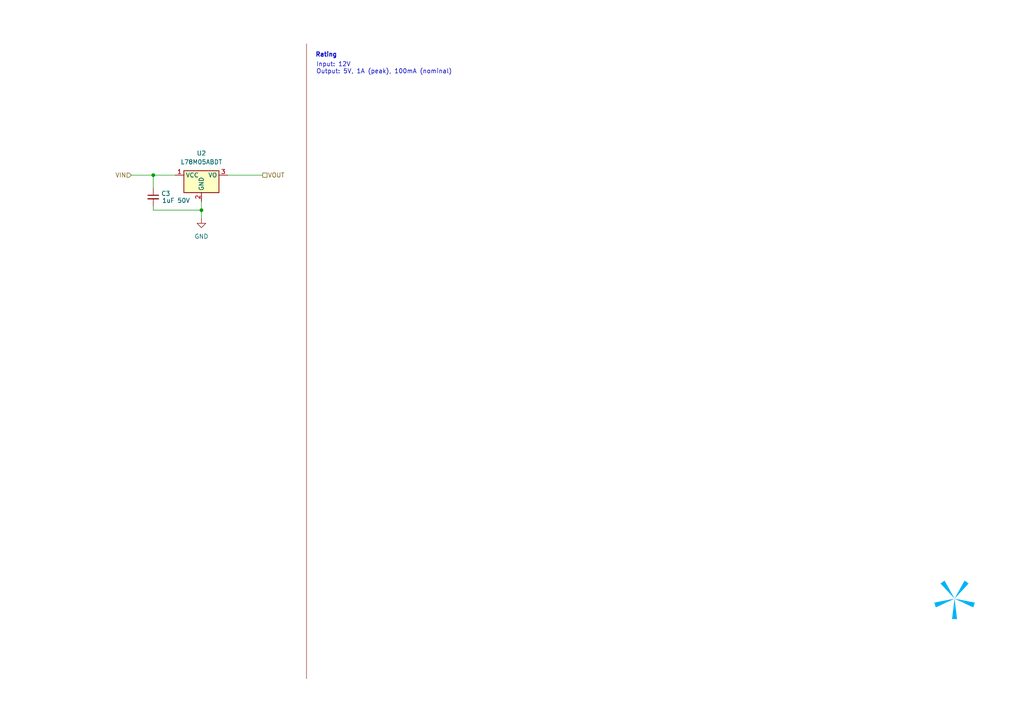
<source format=kicad_sch>
(kicad_sch (version 20250114) (generator "eeschema") (generator_version "9.0")
  (paper "A4")
  (title_block (title "PULSER") (date "2025-03-27") (rev "3") (company "Spark Project") (comment 1 "Author: 夕月霞 (xyx)") (comment 2 "EDM Pulse Generator Board"))
  (lib_symbols
    (symbol "Device:C_Small" (pin_numbers (hide yes)) (pin_names (offset 0.254) (hide yes))
      (property "Reference" "C" (at 0.254 1.778 0))
      (property "Value" "C_Small" (at 0.254 -2.032 0))
      (symbol "C_Small_0_1"
        (polyline (pts (xy -1.524 0.508) (xy 1.524 0.508)) (stroke (width 0.3048)))
        (polyline (pts (xy -1.524 -0.508) (xy 1.524 -0.508)) (stroke (width 0.3302)))
      )
      (symbol "C_Small_1_1"
        (pin passive line (at 0 2.54 270) (length 2.032) (name "~") (number "1"))
        (pin passive line (at 0 -2.54 90) (length 2.032) (name "~") (number "2"))
      )
    )
    (symbol "Regulator_Linear:BD50FC0FP"
      (property "Reference" "U" (at 0 7.62 0))
      (property "Value" "BD50FC0FP" (at 0 5.08 0))
      (symbol "BD50FC0FP_1_1"
        (rectangle (start -5.08 -5.08) (end 5.08 1.27) (stroke (width 0.254)) (fill (type background)))
        (pin power_in line (at -7.62 0 0) (length 2.54) (name "VCC") (number "1"))
        (pin power_in line (at 0 -7.62 90) (length 2.54) (name "GND") (number "2"))
        (pin power_out line (at 7.62 0 180) (length 2.54) (name "VO") (number "3"))
      )
    )
    (symbol "power:GND" (power) (pin_numbers (hide yes)) (pin_names (offset 0) (hide yes))
      (property "Value" "GND" (at 0 -3.81 0))
      (symbol "GND_0_1"
        (polyline (pts (xy 0 0) (xy 0 -1.27) (xy 1.27 -1.27) (xy 0 -2.54) (xy -1.27 -1.27) (xy 0 -1.27)))
      )
      (symbol "GND_1_1"
        (pin power_in line (at 0 0 270) (length 0) (name "~") (number "1"))
      )
    )
  )
  (text "Rating" (at 91.44 15.24 0) (effects (font (size 1.27 1.27) (thickness 0.254) (bold yes)) (justify left top)))
  (text "Input: 12V\nOutput: 5V, 1A (peak), 100mA (nominal)\n" (at 91.694 19.812 0) (effects (font (size 1.27 1.27)) (justify left)))
  (junction (at 44.45 50.8))
  (junction (at 58.42 60.96))
  (wire (pts (xy 44.45 50.8) (xy 44.45 54.61)))
  (wire (pts (xy 44.45 59.69) (xy 44.45 60.96)))
  (wire (pts (xy 58.42 58.42) (xy 58.42 60.96)))
  (polyline (pts (xy 88.9 12.7) (xy 88.9 196.85)) (stroke (width 0.127) (type solid) (color 132 0 0 1)))
  (wire (pts (xy 44.45 50.8) (xy 50.8 50.8)))
  (wire (pts (xy 44.45 60.96) (xy 58.42 60.96)))
  (wire (pts (xy 66.04 50.8) (xy 76.2 50.8)))
  (wire (pts (xy 38.1 50.8) (xy 44.45 50.8)))
  (wire (pts (xy 58.42 60.96) (xy 58.42 63.5)))
  (image (at 276.86 173.99) (scale 1.13867))
  (hierarchical_label "VIN" (shape input) (at 38.1 50.8 180))
  (hierarchical_label "VOUT" (shape passive) (at 76.2 50.8 0))
  (symbol (lib_id "power:GND") (at 58.42 63.5 0) (unit 1)
    (property "Reference" "#PWR019" (effects (hide yes)))
    (property "Value" "GND" (at 58.42 68.58 0))
    (property "Description" "Power symbol creates a global label with name \"GND\" , ground" (effects (hide yes)))
  )
  (symbol (lib_id "Regulator_Linear:BD50FC0FP") (at 58.42 50.8 0) (unit 1)
    (property "Reference" "U2" (at 58.42 44.45 0))
    (property "Value" "L78M05ABDT" (at 58.42 46.99 0))
    (property "Footprint" "Package_TO_SOT_SMD:TO-252-2" (effects (hide yes)))
    (property "Description" "5V 1A" (effects (hide yes)))
    (property "LCSC" "C58069" (effects (hide yes)))
  )
  (symbol (lib_id "Device:C_Small") (at 44.45 57.15 0) (unit 1)
    (property "Reference" "C3" (at 46.736 56.134 0) (effects (justify left)))
    (property "Value" "1uF 50V" (at 46.99 58.166 0) (effects (justify left)))
    (property "Footprint" "Capacitor_SMD:C_0603_1608Metric" (effects (hide yes)))
    (property "Description" "Unpolarized capacitor, small symbol" (effects (hide yes)))
    (property "LCSC" "C15849" (effects (hide yes)))
  )
)
</source>
